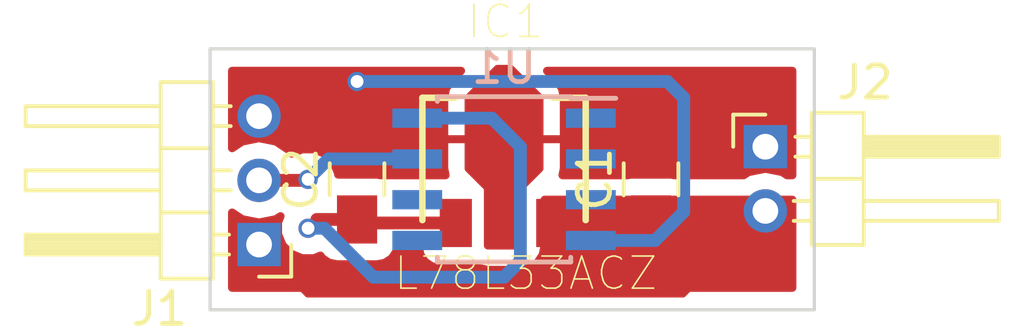
<source format=kicad_pcb>
(kicad_pcb (version 4) (host pcbnew 4.0.6)

  (general
    (links 11)
    (no_connects 0)
    (area 137.104667 105.871357 169.219334 116.917)
    (thickness 1.6)
    (drawings 4)
    (tracks 40)
    (zones 0)
    (modules 6)
    (nets 10)
  )

  (page A4)
  (layers
    (0 F.Cu signal)
    (31 B.Cu signal)
    (32 B.Adhes user)
    (33 F.Adhes user)
    (34 B.Paste user)
    (35 F.Paste user)
    (36 B.SilkS user)
    (37 F.SilkS user)
    (38 B.Mask user)
    (39 F.Mask user)
    (40 Dwgs.User user)
    (41 Cmts.User user)
    (42 Eco1.User user)
    (43 Eco2.User user)
    (44 Edge.Cuts user)
    (45 Margin user)
    (46 B.CrtYd user)
    (47 F.CrtYd user)
    (48 B.Fab user)
    (49 F.Fab user)
  )

  (setup
    (last_trace_width 0.4)
    (trace_clearance 0.25)
    (zone_clearance 0.508)
    (zone_45_only no)
    (trace_min 0.2)
    (segment_width 0.2)
    (edge_width 0.1)
    (via_size 0.6)
    (via_drill 0.4)
    (via_min_size 0.4)
    (via_min_drill 0.3)
    (uvia_size 0.3)
    (uvia_drill 0.1)
    (uvias_allowed no)
    (uvia_min_size 0.2)
    (uvia_min_drill 0.1)
    (pcb_text_width 0.3)
    (pcb_text_size 1.5 1.5)
    (mod_edge_width 0.15)
    (mod_text_size 1 1)
    (mod_text_width 0.15)
    (pad_size 1.5 1.5)
    (pad_drill 0.6)
    (pad_to_mask_clearance 0)
    (aux_axis_origin 0 0)
    (visible_elements FFFFFF7F)
    (pcbplotparams
      (layerselection 0x01000_80000001)
      (usegerberextensions false)
      (excludeedgelayer true)
      (linewidth 0.100000)
      (plotframeref false)
      (viasonmask false)
      (mode 1)
      (useauxorigin false)
      (hpglpennumber 1)
      (hpglpenspeed 20)
      (hpglpendiameter 15)
      (hpglpenoverlay 2)
      (psnegative false)
      (psa4output false)
      (plotreference true)
      (plotvalue true)
      (plotinvisibletext false)
      (padsonsilk false)
      (subtractmaskfromsilk false)
      (outputformat 1)
      (mirror false)
      (drillshape 0)
      (scaleselection 1)
      (outputdirectory ./))
  )

  (net 0 "")
  (net 1 VCC)
  (net 2 GND)
  (net 3 +3V3)
  (net 4 "Net-(J1-Pad2)")
  (net 5 "Net-(U1-Pad1)")
  (net 6 "Net-(U1-Pad2)")
  (net 7 "Net-(U1-Pad3)")
  (net 8 "Net-(U1-Pad5)")
  (net 9 "Net-(U1-Pad6)")

  (net_class Default "This is the default net class."
    (clearance 0.25)
    (trace_width 0.4)
    (via_dia 0.6)
    (via_drill 0.4)
    (uvia_dia 0.3)
    (uvia_drill 0.1)
    (add_net +3V3)
    (add_net GND)
    (add_net "Net-(J1-Pad2)")
    (add_net "Net-(U1-Pad1)")
    (add_net "Net-(U1-Pad2)")
    (add_net "Net-(U1-Pad3)")
    (add_net "Net-(U1-Pad5)")
    (add_net "Net-(U1-Pad6)")
    (add_net VCC)
  )

  (module Capacitors_SMD:C_0805_HandSoldering (layer F.Cu) (tedit 58AA84A8) (tstamp 59B9324C)
    (at 157.48 111.76 90)
    (descr "Capacitor SMD 0805, hand soldering")
    (tags "capacitor 0805")
    (path /59B71A1B)
    (attr smd)
    (fp_text reference C1 (at 0 -1.75 90) (layer F.SilkS)
      (effects (font (size 1 1) (thickness 0.15)))
    )
    (fp_text value 330n (at 0 1.75 90) (layer F.Fab)
      (effects (font (size 1 1) (thickness 0.15)))
    )
    (fp_text user %R (at 0 -1.75 90) (layer F.Fab)
      (effects (font (size 1 1) (thickness 0.15)))
    )
    (fp_line (start -1 0.62) (end -1 -0.62) (layer F.Fab) (width 0.1))
    (fp_line (start 1 0.62) (end -1 0.62) (layer F.Fab) (width 0.1))
    (fp_line (start 1 -0.62) (end 1 0.62) (layer F.Fab) (width 0.1))
    (fp_line (start -1 -0.62) (end 1 -0.62) (layer F.Fab) (width 0.1))
    (fp_line (start 0.5 -0.85) (end -0.5 -0.85) (layer F.SilkS) (width 0.12))
    (fp_line (start -0.5 0.85) (end 0.5 0.85) (layer F.SilkS) (width 0.12))
    (fp_line (start -2.25 -0.88) (end 2.25 -0.88) (layer F.CrtYd) (width 0.05))
    (fp_line (start -2.25 -0.88) (end -2.25 0.87) (layer F.CrtYd) (width 0.05))
    (fp_line (start 2.25 0.87) (end 2.25 -0.88) (layer F.CrtYd) (width 0.05))
    (fp_line (start 2.25 0.87) (end -2.25 0.87) (layer F.CrtYd) (width 0.05))
    (pad 1 smd rect (at -1.25 0 90) (size 1.5 1.25) (layers F.Cu F.Paste F.Mask)
      (net 1 VCC))
    (pad 2 smd rect (at 1.25 0 90) (size 1.5 1.25) (layers F.Cu F.Paste F.Mask)
      (net 2 GND))
    (model Capacitors_SMD.3dshapes/C_0805.wrl
      (at (xyz 0 0 0))
      (scale (xyz 1 1 1))
      (rotate (xyz 0 0 0))
    )
  )

  (module Capacitors_SMD:C_0805_HandSoldering (layer F.Cu) (tedit 58AA84A8) (tstamp 59B93252)
    (at 148.336 111.76 90)
    (descr "Capacitor SMD 0805, hand soldering")
    (tags "capacitor 0805")
    (path /59B71AC6)
    (attr smd)
    (fp_text reference C2 (at 0 -1.75 90) (layer F.SilkS)
      (effects (font (size 1 1) (thickness 0.15)))
    )
    (fp_text value 100n (at 0 1.75 90) (layer F.Fab)
      (effects (font (size 1 1) (thickness 0.15)))
    )
    (fp_text user %R (at 0 -1.75 90) (layer F.Fab)
      (effects (font (size 1 1) (thickness 0.15)))
    )
    (fp_line (start -1 0.62) (end -1 -0.62) (layer F.Fab) (width 0.1))
    (fp_line (start 1 0.62) (end -1 0.62) (layer F.Fab) (width 0.1))
    (fp_line (start 1 -0.62) (end 1 0.62) (layer F.Fab) (width 0.1))
    (fp_line (start -1 -0.62) (end 1 -0.62) (layer F.Fab) (width 0.1))
    (fp_line (start 0.5 -0.85) (end -0.5 -0.85) (layer F.SilkS) (width 0.12))
    (fp_line (start -0.5 0.85) (end 0.5 0.85) (layer F.SilkS) (width 0.12))
    (fp_line (start -2.25 -0.88) (end 2.25 -0.88) (layer F.CrtYd) (width 0.05))
    (fp_line (start -2.25 -0.88) (end -2.25 0.87) (layer F.CrtYd) (width 0.05))
    (fp_line (start 2.25 0.87) (end 2.25 -0.88) (layer F.CrtYd) (width 0.05))
    (fp_line (start 2.25 0.87) (end -2.25 0.87) (layer F.CrtYd) (width 0.05))
    (pad 1 smd rect (at -1.25 0 90) (size 1.5 1.25) (layers F.Cu F.Paste F.Mask)
      (net 3 +3V3))
    (pad 2 smd rect (at 1.25 0 90) (size 1.5 1.25) (layers F.Cu F.Paste F.Mask)
      (net 2 GND))
    (model Capacitors_SMD.3dshapes/C_0805.wrl
      (at (xyz 0 0 0))
      (scale (xyz 1 1 1))
      (rotate (xyz 0 0 0))
    )
  )

  (module Pin_Headers:Pin_Header_Angled_1x03_Pitch2.00mm (layer F.Cu) (tedit 59650533) (tstamp 59B93260)
    (at 145.288 113.792 180)
    (descr "Through hole angled pin header, 1x03, 2.00mm pitch, 4.2mm pin length, single row")
    (tags "Through hole angled pin header THT 1x03 2.00mm single row")
    (path /59B71D1A)
    (fp_text reference J1 (at 3.1 -2 180) (layer F.SilkS)
      (effects (font (size 1 1) (thickness 0.15)))
    )
    (fp_text value CONN_01X03 (at 3.1 6 180) (layer F.Fab)
      (effects (font (size 1 1) (thickness 0.15)))
    )
    (fp_line (start 1.875 -1) (end 3 -1) (layer F.Fab) (width 0.1))
    (fp_line (start 3 -1) (end 3 5) (layer F.Fab) (width 0.1))
    (fp_line (start 3 5) (end 1.5 5) (layer F.Fab) (width 0.1))
    (fp_line (start 1.5 5) (end 1.5 -0.625) (layer F.Fab) (width 0.1))
    (fp_line (start 1.5 -0.625) (end 1.875 -1) (layer F.Fab) (width 0.1))
    (fp_line (start -0.25 -0.25) (end 1.5 -0.25) (layer F.Fab) (width 0.1))
    (fp_line (start -0.25 -0.25) (end -0.25 0.25) (layer F.Fab) (width 0.1))
    (fp_line (start -0.25 0.25) (end 1.5 0.25) (layer F.Fab) (width 0.1))
    (fp_line (start 3 -0.25) (end 7.2 -0.25) (layer F.Fab) (width 0.1))
    (fp_line (start 7.2 -0.25) (end 7.2 0.25) (layer F.Fab) (width 0.1))
    (fp_line (start 3 0.25) (end 7.2 0.25) (layer F.Fab) (width 0.1))
    (fp_line (start -0.25 1.75) (end 1.5 1.75) (layer F.Fab) (width 0.1))
    (fp_line (start -0.25 1.75) (end -0.25 2.25) (layer F.Fab) (width 0.1))
    (fp_line (start -0.25 2.25) (end 1.5 2.25) (layer F.Fab) (width 0.1))
    (fp_line (start 3 1.75) (end 7.2 1.75) (layer F.Fab) (width 0.1))
    (fp_line (start 7.2 1.75) (end 7.2 2.25) (layer F.Fab) (width 0.1))
    (fp_line (start 3 2.25) (end 7.2 2.25) (layer F.Fab) (width 0.1))
    (fp_line (start -0.25 3.75) (end 1.5 3.75) (layer F.Fab) (width 0.1))
    (fp_line (start -0.25 3.75) (end -0.25 4.25) (layer F.Fab) (width 0.1))
    (fp_line (start -0.25 4.25) (end 1.5 4.25) (layer F.Fab) (width 0.1))
    (fp_line (start 3 3.75) (end 7.2 3.75) (layer F.Fab) (width 0.1))
    (fp_line (start 7.2 3.75) (end 7.2 4.25) (layer F.Fab) (width 0.1))
    (fp_line (start 3 4.25) (end 7.2 4.25) (layer F.Fab) (width 0.1))
    (fp_line (start 1.44 -1.06) (end 1.44 5.06) (layer F.SilkS) (width 0.12))
    (fp_line (start 1.44 5.06) (end 3.06 5.06) (layer F.SilkS) (width 0.12))
    (fp_line (start 3.06 5.06) (end 3.06 -1.06) (layer F.SilkS) (width 0.12))
    (fp_line (start 3.06 -1.06) (end 1.44 -1.06) (layer F.SilkS) (width 0.12))
    (fp_line (start 3.06 -0.31) (end 7.26 -0.31) (layer F.SilkS) (width 0.12))
    (fp_line (start 7.26 -0.31) (end 7.26 0.31) (layer F.SilkS) (width 0.12))
    (fp_line (start 7.26 0.31) (end 3.06 0.31) (layer F.SilkS) (width 0.12))
    (fp_line (start 3.06 -0.25) (end 7.26 -0.25) (layer F.SilkS) (width 0.12))
    (fp_line (start 3.06 -0.13) (end 7.26 -0.13) (layer F.SilkS) (width 0.12))
    (fp_line (start 3.06 -0.01) (end 7.26 -0.01) (layer F.SilkS) (width 0.12))
    (fp_line (start 3.06 0.11) (end 7.26 0.11) (layer F.SilkS) (width 0.12))
    (fp_line (start 3.06 0.23) (end 7.26 0.23) (layer F.SilkS) (width 0.12))
    (fp_line (start 0.935 -0.31) (end 1.44 -0.31) (layer F.SilkS) (width 0.12))
    (fp_line (start 0.935 0.31) (end 1.44 0.31) (layer F.SilkS) (width 0.12))
    (fp_line (start 1.44 1) (end 3.06 1) (layer F.SilkS) (width 0.12))
    (fp_line (start 3.06 1.69) (end 7.26 1.69) (layer F.SilkS) (width 0.12))
    (fp_line (start 7.26 1.69) (end 7.26 2.31) (layer F.SilkS) (width 0.12))
    (fp_line (start 7.26 2.31) (end 3.06 2.31) (layer F.SilkS) (width 0.12))
    (fp_line (start 0.882114 1.69) (end 1.44 1.69) (layer F.SilkS) (width 0.12))
    (fp_line (start 0.882114 2.31) (end 1.44 2.31) (layer F.SilkS) (width 0.12))
    (fp_line (start 1.44 3) (end 3.06 3) (layer F.SilkS) (width 0.12))
    (fp_line (start 3.06 3.69) (end 7.26 3.69) (layer F.SilkS) (width 0.12))
    (fp_line (start 7.26 3.69) (end 7.26 4.31) (layer F.SilkS) (width 0.12))
    (fp_line (start 7.26 4.31) (end 3.06 4.31) (layer F.SilkS) (width 0.12))
    (fp_line (start 0.882114 3.69) (end 1.44 3.69) (layer F.SilkS) (width 0.12))
    (fp_line (start 0.882114 4.31) (end 1.44 4.31) (layer F.SilkS) (width 0.12))
    (fp_line (start -1 0) (end -1 -1) (layer F.SilkS) (width 0.12))
    (fp_line (start -1 -1) (end 0 -1) (layer F.SilkS) (width 0.12))
    (fp_line (start -1.5 -1.5) (end -1.5 5.5) (layer F.CrtYd) (width 0.05))
    (fp_line (start -1.5 5.5) (end 7.7 5.5) (layer F.CrtYd) (width 0.05))
    (fp_line (start 7.7 5.5) (end 7.7 -1.5) (layer F.CrtYd) (width 0.05))
    (fp_line (start 7.7 -1.5) (end -1.5 -1.5) (layer F.CrtYd) (width 0.05))
    (fp_text user %R (at 2.25 2 270) (layer F.Fab)
      (effects (font (size 0.9 0.9) (thickness 0.135)))
    )
    (pad 1 thru_hole rect (at 0 0 180) (size 1.35 1.35) (drill 0.8) (layers *.Cu *.Mask)
      (net 1 VCC))
    (pad 2 thru_hole oval (at 0 2 180) (size 1.35 1.35) (drill 0.8) (layers *.Cu *.Mask)
      (net 4 "Net-(J1-Pad2)"))
    (pad 3 thru_hole oval (at 0 4 180) (size 1.35 1.35) (drill 0.8) (layers *.Cu *.Mask)
      (net 2 GND))
    (model ${KISYS3DMOD}/Pin_Headers.3dshapes/Pin_Header_Angled_1x03_Pitch2.00mm.wrl
      (at (xyz 0 0 0))
      (scale (xyz 1 1 1))
      (rotate (xyz 0 0 0))
    )
  )

  (module Pin_Headers:Pin_Header_Angled_1x02_Pitch2.00mm (layer F.Cu) (tedit 59650533) (tstamp 59B93266)
    (at 161.036 110.744)
    (descr "Through hole angled pin header, 1x02, 2.00mm pitch, 4.2mm pin length, single row")
    (tags "Through hole angled pin header THT 1x02 2.00mm single row")
    (path /59B7202C)
    (fp_text reference J2 (at 3.1 -2) (layer F.SilkS)
      (effects (font (size 1 1) (thickness 0.15)))
    )
    (fp_text value CONN_01X02 (at 3.1 4) (layer F.Fab)
      (effects (font (size 1 1) (thickness 0.15)))
    )
    (fp_line (start 1.875 -1) (end 3 -1) (layer F.Fab) (width 0.1))
    (fp_line (start 3 -1) (end 3 3) (layer F.Fab) (width 0.1))
    (fp_line (start 3 3) (end 1.5 3) (layer F.Fab) (width 0.1))
    (fp_line (start 1.5 3) (end 1.5 -0.625) (layer F.Fab) (width 0.1))
    (fp_line (start 1.5 -0.625) (end 1.875 -1) (layer F.Fab) (width 0.1))
    (fp_line (start -0.25 -0.25) (end 1.5 -0.25) (layer F.Fab) (width 0.1))
    (fp_line (start -0.25 -0.25) (end -0.25 0.25) (layer F.Fab) (width 0.1))
    (fp_line (start -0.25 0.25) (end 1.5 0.25) (layer F.Fab) (width 0.1))
    (fp_line (start 3 -0.25) (end 7.2 -0.25) (layer F.Fab) (width 0.1))
    (fp_line (start 7.2 -0.25) (end 7.2 0.25) (layer F.Fab) (width 0.1))
    (fp_line (start 3 0.25) (end 7.2 0.25) (layer F.Fab) (width 0.1))
    (fp_line (start -0.25 1.75) (end 1.5 1.75) (layer F.Fab) (width 0.1))
    (fp_line (start -0.25 1.75) (end -0.25 2.25) (layer F.Fab) (width 0.1))
    (fp_line (start -0.25 2.25) (end 1.5 2.25) (layer F.Fab) (width 0.1))
    (fp_line (start 3 1.75) (end 7.2 1.75) (layer F.Fab) (width 0.1))
    (fp_line (start 7.2 1.75) (end 7.2 2.25) (layer F.Fab) (width 0.1))
    (fp_line (start 3 2.25) (end 7.2 2.25) (layer F.Fab) (width 0.1))
    (fp_line (start 1.44 -1.06) (end 1.44 3.06) (layer F.SilkS) (width 0.12))
    (fp_line (start 1.44 3.06) (end 3.06 3.06) (layer F.SilkS) (width 0.12))
    (fp_line (start 3.06 3.06) (end 3.06 -1.06) (layer F.SilkS) (width 0.12))
    (fp_line (start 3.06 -1.06) (end 1.44 -1.06) (layer F.SilkS) (width 0.12))
    (fp_line (start 3.06 -0.31) (end 7.26 -0.31) (layer F.SilkS) (width 0.12))
    (fp_line (start 7.26 -0.31) (end 7.26 0.31) (layer F.SilkS) (width 0.12))
    (fp_line (start 7.26 0.31) (end 3.06 0.31) (layer F.SilkS) (width 0.12))
    (fp_line (start 3.06 -0.25) (end 7.26 -0.25) (layer F.SilkS) (width 0.12))
    (fp_line (start 3.06 -0.13) (end 7.26 -0.13) (layer F.SilkS) (width 0.12))
    (fp_line (start 3.06 -0.01) (end 7.26 -0.01) (layer F.SilkS) (width 0.12))
    (fp_line (start 3.06 0.11) (end 7.26 0.11) (layer F.SilkS) (width 0.12))
    (fp_line (start 3.06 0.23) (end 7.26 0.23) (layer F.SilkS) (width 0.12))
    (fp_line (start 0.935 -0.31) (end 1.44 -0.31) (layer F.SilkS) (width 0.12))
    (fp_line (start 0.935 0.31) (end 1.44 0.31) (layer F.SilkS) (width 0.12))
    (fp_line (start 1.44 1) (end 3.06 1) (layer F.SilkS) (width 0.12))
    (fp_line (start 3.06 1.69) (end 7.26 1.69) (layer F.SilkS) (width 0.12))
    (fp_line (start 7.26 1.69) (end 7.26 2.31) (layer F.SilkS) (width 0.12))
    (fp_line (start 7.26 2.31) (end 3.06 2.31) (layer F.SilkS) (width 0.12))
    (fp_line (start 0.882114 1.69) (end 1.44 1.69) (layer F.SilkS) (width 0.12))
    (fp_line (start 0.882114 2.31) (end 1.44 2.31) (layer F.SilkS) (width 0.12))
    (fp_line (start -1 0) (end -1 -1) (layer F.SilkS) (width 0.12))
    (fp_line (start -1 -1) (end 0 -1) (layer F.SilkS) (width 0.12))
    (fp_line (start -1.5 -1.5) (end -1.5 3.5) (layer F.CrtYd) (width 0.05))
    (fp_line (start -1.5 3.5) (end 7.7 3.5) (layer F.CrtYd) (width 0.05))
    (fp_line (start 7.7 3.5) (end 7.7 -1.5) (layer F.CrtYd) (width 0.05))
    (fp_line (start 7.7 -1.5) (end -1.5 -1.5) (layer F.CrtYd) (width 0.05))
    (fp_text user %R (at 2.25 1 90) (layer F.Fab)
      (effects (font (size 0.9 0.9) (thickness 0.135)))
    )
    (pad 1 thru_hole rect (at 0 0) (size 1.35 1.35) (drill 0.8) (layers *.Cu *.Mask)
      (net 2 GND))
    (pad 2 thru_hole oval (at 0 2) (size 1.35 1.35) (drill 0.8) (layers *.Cu *.Mask)
      (net 1 VCC))
    (model ${KISYS3DMOD}/Pin_Headers.3dshapes/Pin_Header_Angled_1x02_Pitch2.00mm.wrl
      (at (xyz 0 0 0))
      (scale (xyz 1 1 1))
      (rotate (xyz 0 0 0))
    )
  )

  (module Housings_SOIC:SOIC-8_3.9x4.9mm_Pitch1.27mm (layer B.Cu) (tedit 58CD0CDA) (tstamp 59B93272)
    (at 152.908 111.76 180)
    (descr "8-Lead Plastic Small Outline (SN) - Narrow, 3.90 mm Body [SOIC] (see Microchip Packaging Specification 00000049BS.pdf)")
    (tags "SOIC 1.27")
    (path /59B718C6)
    (attr smd)
    (fp_text reference U1 (at 0 3.5 180) (layer B.SilkS)
      (effects (font (size 1 1) (thickness 0.15)) (justify mirror))
    )
    (fp_text value ATTINY85-20SU (at 0 -3.5 180) (layer B.Fab)
      (effects (font (size 1 1) (thickness 0.15)) (justify mirror))
    )
    (fp_text user %R (at 0 0 180) (layer B.Fab)
      (effects (font (size 1 1) (thickness 0.15)) (justify mirror))
    )
    (fp_line (start -0.95 2.45) (end 1.95 2.45) (layer B.Fab) (width 0.1))
    (fp_line (start 1.95 2.45) (end 1.95 -2.45) (layer B.Fab) (width 0.1))
    (fp_line (start 1.95 -2.45) (end -1.95 -2.45) (layer B.Fab) (width 0.1))
    (fp_line (start -1.95 -2.45) (end -1.95 1.45) (layer B.Fab) (width 0.1))
    (fp_line (start -1.95 1.45) (end -0.95 2.45) (layer B.Fab) (width 0.1))
    (fp_line (start -3.73 2.7) (end -3.73 -2.7) (layer B.CrtYd) (width 0.05))
    (fp_line (start 3.73 2.7) (end 3.73 -2.7) (layer B.CrtYd) (width 0.05))
    (fp_line (start -3.73 2.7) (end 3.73 2.7) (layer B.CrtYd) (width 0.05))
    (fp_line (start -3.73 -2.7) (end 3.73 -2.7) (layer B.CrtYd) (width 0.05))
    (fp_line (start -2.075 2.575) (end -2.075 2.525) (layer B.SilkS) (width 0.15))
    (fp_line (start 2.075 2.575) (end 2.075 2.43) (layer B.SilkS) (width 0.15))
    (fp_line (start 2.075 -2.575) (end 2.075 -2.43) (layer B.SilkS) (width 0.15))
    (fp_line (start -2.075 -2.575) (end -2.075 -2.43) (layer B.SilkS) (width 0.15))
    (fp_line (start -2.075 2.575) (end 2.075 2.575) (layer B.SilkS) (width 0.15))
    (fp_line (start -2.075 -2.575) (end 2.075 -2.575) (layer B.SilkS) (width 0.15))
    (fp_line (start -2.075 2.525) (end -3.475 2.525) (layer B.SilkS) (width 0.15))
    (pad 1 smd rect (at -2.7 1.905 180) (size 1.55 0.6) (layers B.Cu B.Paste B.Mask)
      (net 5 "Net-(U1-Pad1)"))
    (pad 2 smd rect (at -2.7 0.635 180) (size 1.55 0.6) (layers B.Cu B.Paste B.Mask)
      (net 6 "Net-(U1-Pad2)"))
    (pad 3 smd rect (at -2.7 -0.635 180) (size 1.55 0.6) (layers B.Cu B.Paste B.Mask)
      (net 7 "Net-(U1-Pad3)"))
    (pad 4 smd rect (at -2.7 -1.905 180) (size 1.55 0.6) (layers B.Cu B.Paste B.Mask)
      (net 2 GND))
    (pad 5 smd rect (at 2.7 -1.905 180) (size 1.55 0.6) (layers B.Cu B.Paste B.Mask)
      (net 8 "Net-(U1-Pad5)"))
    (pad 6 smd rect (at 2.7 -0.635 180) (size 1.55 0.6) (layers B.Cu B.Paste B.Mask)
      (net 9 "Net-(U1-Pad6)"))
    (pad 7 smd rect (at 2.7 0.635 180) (size 1.55 0.6) (layers B.Cu B.Paste B.Mask)
      (net 4 "Net-(J1-Pad2)"))
    (pad 8 smd rect (at 2.7 1.905 180) (size 1.55 0.6) (layers B.Cu B.Paste B.Mask)
      (net 3 +3V3))
    (model ${KISYS3DMOD}/Housings_SOIC.3dshapes/SOIC-8_3.9x4.9mm_Pitch1.27mm.wrl
      (at (xyz 0 0 0))
      (scale (xyz 1 1 1))
      (rotate (xyz 0 0 0))
    )
  )

  (module SOT-89-3:SOT-89-3 (layer F.Cu) (tedit 0) (tstamp 59B93574)
    (at 152.908 109.22)
    (path /59B930AA)
    (attr smd)
    (fp_text reference IC1 (at 0.040048 -2.37281) (layer F.SilkS)
      (effects (font (size 1.00119 1.00119) (thickness 0.05)))
    )
    (fp_text value L78L33ACZ (at 0.675534 5.46932) (layer F.SilkS)
      (effects (font (size 1.00079 1.00079) (thickness 0.05)))
    )
    (fp_poly (pts (xy -0.2 -0.9) (xy 0.2 -0.9) (xy 1.1 0) (xy 1.1 2.2)
      (xy 0.5 2.8) (xy 0.5 4.6) (xy -0.5 4.6) (xy -0.5 2.8)
      (xy -1.1 2.2) (xy -1.1 0)) (layer F.Cu) (width 0.254))
    (fp_line (start -2.5 3.9) (end -2.5 0) (layer Dwgs.User) (width 0.127))
    (fp_line (start -2.5 0) (end 2.5 0) (layer Dwgs.User) (width 0.127))
    (fp_line (start 2.5 0) (end 2.5 3.9) (layer Dwgs.User) (width 0.127))
    (fp_line (start 2.5 3.9) (end -2.5 3.9) (layer Dwgs.User) (width 0.127))
    (fp_poly (pts (xy -0.2 -0.9) (xy 0.2 -0.9) (xy 1.1 0) (xy 1.1 2.2)
      (xy 0.5 2.8) (xy 0.5 4.6) (xy -0.5 4.6) (xy -0.5 2.8)
      (xy -1.1 2.2) (xy -1.1 0)) (layer F.Mask) (width 0.254))
    (fp_line (start -1.524 0) (end -2.54 0) (layer F.SilkS) (width 0.2032))
    (fp_line (start -2.54 0) (end -2.54 3.81) (layer F.SilkS) (width 0.2032))
    (fp_line (start 1.524 0) (end 2.54 0) (layer F.SilkS) (width 0.2032))
    (fp_line (start 2.54 0) (end 2.54 3.81) (layer F.SilkS) (width 0.2032))
    (fp_poly (pts (xy -0.3556 2.8194) (xy -1.016 2.159) (xy -1.016 -0.0254) (xy -0.2286 -0.8128)
      (xy 0.2032 -0.8128) (xy 1.016 0) (xy 1.016 2.1336) (xy 0.3302 2.8194)) (layer F.Paste) (width 0.127))
    (pad 3 smd rect (at 1.5 3.9 90) (size 1.5 1) (layers F.Cu F.Paste F.Mask)
      (net 1 VCC))
    (pad 1 smd rect (at -1.5 3.9 90) (size 1.5 1) (layers F.Cu F.Paste F.Mask)
      (net 3 +3V3))
    (pad 2 smd rect (at 0 3.9 90) (size 1.5 1) (layers F.Cu F.Paste F.Mask)
      (net 2 GND))
  )

  (gr_line (start 143.764 115.824) (end 143.764 107.696) (angle 90) (layer Edge.Cuts) (width 0.1))
  (gr_line (start 162.56 115.824) (end 143.764 115.824) (angle 90) (layer Edge.Cuts) (width 0.1))
  (gr_line (start 162.56 107.696) (end 162.56 115.824) (angle 90) (layer Edge.Cuts) (width 0.1))
  (gr_line (start 143.764 107.696) (end 162.56 107.696) (angle 90) (layer Edge.Cuts) (width 0.1))

  (segment (start 145.288 113.792) (end 146.812 115.316) (width 0.25) (layer F.Cu) (net 1) (status 400000))
  (segment (start 158.464 115.316) (end 161.036 112.744) (width 0.25) (layer F.Cu) (net 1) (tstamp 59B9373E) (status 800000))
  (segment (start 146.812 115.316) (end 158.464 115.316) (width 0.25) (layer F.Cu) (net 1) (tstamp 59B9373D))
  (segment (start 157.48 113.01) (end 154.518 113.01) (width 0.25) (layer F.Cu) (net 1))
  (segment (start 154.518 113.01) (end 154.408 113.12) (width 0.25) (layer F.Cu) (net 1) (tstamp 59B93644))
  (segment (start 161.036 112.744) (end 157.746 112.744) (width 0.25) (layer F.Cu) (net 1))
  (segment (start 157.746 112.744) (end 157.48 113.01) (width 0.25) (layer F.Cu) (net 1) (tstamp 59B93641))
  (segment (start 155.608 113.665) (end 157.607 113.665) (width 0.4) (layer B.Cu) (net 2) (status 400000))
  (segment (start 148.336 108.712) (end 148.336 110.51) (width 0.4) (layer F.Cu) (net 2) (tstamp 59B9377B) (status 800000))
  (via (at 148.336 108.712) (size 0.6) (drill 0.4) (layers F.Cu B.Cu) (net 2))
  (segment (start 157.988 108.712) (end 148.336 108.712) (width 0.4) (layer B.Cu) (net 2) (tstamp 59B93775))
  (segment (start 158.496 109.22) (end 157.988 108.712) (width 0.4) (layer B.Cu) (net 2) (tstamp 59B93774))
  (segment (start 158.496 112.776) (end 158.496 109.22) (width 0.4) (layer B.Cu) (net 2) (tstamp 59B93770))
  (segment (start 157.607 113.665) (end 158.496 112.776) (width 0.4) (layer B.Cu) (net 2) (tstamp 59B9376E))
  (segment (start 145.288 109.792) (end 147.618 109.792) (width 0.25) (layer F.Cu) (net 2) (status 400000))
  (segment (start 147.618 109.792) (end 148.336 110.51) (width 0.25) (layer F.Cu) (net 2) (tstamp 59B9373A) (status 800000))
  (segment (start 148.336 110.51) (end 152.166 110.51) (width 0.25) (layer F.Cu) (net 2))
  (segment (start 152.166 110.51) (end 152.908 111.252) (width 0.25) (layer F.Cu) (net 2) (tstamp 59B9365F))
  (segment (start 157.48 110.51) (end 153.65 110.51) (width 0.25) (layer F.Cu) (net 2))
  (segment (start 152.908 111.252) (end 152.908 113.12) (width 0.25) (layer F.Cu) (net 2) (tstamp 59B93648))
  (segment (start 153.65 110.51) (end 152.908 111.252) (width 0.25) (layer F.Cu) (net 2) (tstamp 59B93647))
  (segment (start 161.036 110.744) (end 157.714 110.744) (width 0.25) (layer F.Cu) (net 2))
  (segment (start 157.714 110.744) (end 157.48 110.51) (width 0.25) (layer F.Cu) (net 2) (tstamp 59B9363E))
  (segment (start 150.208 109.855) (end 152.527 109.855) (width 0.4) (layer B.Cu) (net 3) (status 400000))
  (segment (start 147.086 113.01) (end 148.336 113.01) (width 0.4) (layer F.Cu) (net 3) (tstamp 59B93752) (status 800000))
  (segment (start 146.812 113.284) (end 147.086 113.01) (width 0.25) (layer F.Cu) (net 3) (tstamp 59B93751))
  (via (at 146.812 113.284) (size 0.6) (drill 0.4) (layers F.Cu B.Cu) (net 3))
  (segment (start 147.32 113.284) (end 146.812 113.284) (width 0.4) (layer B.Cu) (net 3) (tstamp 59B9374E))
  (segment (start 148.844 114.808) (end 147.32 113.284) (width 0.4) (layer B.Cu) (net 3) (tstamp 59B9374D))
  (segment (start 152.908 114.808) (end 148.844 114.808) (width 0.4) (layer B.Cu) (net 3) (tstamp 59B9374C))
  (segment (start 153.416 114.3) (end 152.908 114.808) (width 0.4) (layer B.Cu) (net 3) (tstamp 59B9374B))
  (segment (start 153.416 110.744) (end 153.416 114.3) (width 0.4) (layer B.Cu) (net 3) (tstamp 59B9374A))
  (segment (start 152.527 109.855) (end 153.416 110.744) (width 0.4) (layer B.Cu) (net 3) (tstamp 59B93749))
  (segment (start 151.408 113.12) (end 148.446 113.12) (width 0.4) (layer F.Cu) (net 3))
  (segment (start 148.446 113.12) (end 148.336 113.01) (width 0.25) (layer F.Cu) (net 3) (tstamp 59B9365C))
  (segment (start 145.288 111.792) (end 146.78 111.792) (width 0.4) (layer F.Cu) (net 4) (status 400000))
  (segment (start 147.447 111.125) (end 150.208 111.125) (width 0.4) (layer B.Cu) (net 4) (tstamp 59B93746) (status 800000))
  (segment (start 146.812 111.76) (end 147.447 111.125) (width 0.4) (layer B.Cu) (net 4) (tstamp 59B93745))
  (via (at 146.812 111.76) (size 0.6) (drill 0.4) (layers F.Cu B.Cu) (net 4))
  (segment (start 146.78 111.792) (end 146.812 111.76) (width 0.25) (layer F.Cu) (net 4) (tstamp 59B93742))

  (zone (net 2) (net_name GND) (layer F.Cu) (tstamp 59B9378A) (hatch edge 0.508)
    (connect_pads yes (clearance 0.508))
    (min_thickness 0.254)
    (fill yes (arc_segments 16) (thermal_gap 0.508) (thermal_bridge_width 0.508))
    (polygon
      (pts
        (xy 143.764 107.696) (xy 162.56 107.696) (xy 162.56 111.76) (xy 143.764 111.76)
      )
    )
    (filled_polygon
      (pts
        (xy 151.269185 108.681185) (xy 151.104004 108.928395) (xy 151.046 109.22) (xy 151.046 111.42) (xy 151.088368 111.633)
        (xy 149.061936 111.633) (xy 148.961 111.61256) (xy 147.747129 111.61256) (xy 147.747162 111.574833) (xy 147.605117 111.231057)
        (xy 147.342327 110.967808) (xy 146.998799 110.825162) (xy 146.626833 110.824838) (xy 146.302281 110.95894) (xy 146.239974 110.86569)
        (xy 145.814979 110.581718) (xy 145.313664 110.482) (xy 145.262336 110.482) (xy 144.761021 110.581718) (xy 144.449 110.790203)
        (xy 144.449 108.381) (xy 151.56937 108.381)
      )
    )
    (filled_polygon
      (pts
        (xy 161.875 111.633) (xy 161.711566 111.633) (xy 161.562979 111.533718) (xy 161.061664 111.434) (xy 161.010336 111.434)
        (xy 160.509021 111.533718) (xy 160.360435 111.633) (xy 158.205936 111.633) (xy 158.105 111.61256) (xy 156.855 111.61256)
        (xy 156.746371 111.633) (xy 154.727631 111.633) (xy 154.731697 111.61256) (xy 154.77 111.42) (xy 154.77 109.22)
        (xy 154.711996 108.928395) (xy 154.665504 108.858815) (xy 154.546815 108.681184) (xy 154.246631 108.381) (xy 161.875 108.381)
      )
    )
  )
  (zone (net 1) (net_name VCC) (layer F.Cu) (tstamp 59B937CC) (hatch edge 0.508)
    (connect_pads yes (clearance 0.508))
    (min_thickness 0.254)
    (fill yes (arc_segments 16) (thermal_gap 0.508) (thermal_bridge_width 0.508))
    (polygon
      (pts
        (xy 162.56 115.824) (xy 143.764 115.824) (xy 143.764 112.268) (xy 162.56 112.268)
      )
    )
    (filled_polygon
      (pts
        (xy 161.875 115.139) (xy 144.449 115.139) (xy 144.449 112.793797) (xy 144.761021 113.002282) (xy 145.262336 113.102)
        (xy 145.313664 113.102) (xy 145.814979 113.002282) (xy 145.955589 112.90833) (xy 145.877162 113.097201) (xy 145.876838 113.469167)
        (xy 146.018883 113.812943) (xy 146.281673 114.076192) (xy 146.625201 114.218838) (xy 146.997167 114.219162) (xy 147.19838 114.136023)
        (xy 147.24691 114.211441) (xy 147.45911 114.356431) (xy 147.711 114.40744) (xy 148.961 114.40744) (xy 149.196317 114.363162)
        (xy 149.412441 114.22409) (xy 149.557431 114.01189) (xy 149.584139 113.88) (xy 150.262442 113.88) (xy 150.304838 114.105317)
        (xy 150.44391 114.321441) (xy 150.65611 114.466431) (xy 150.908 114.51744) (xy 151.908 114.51744) (xy 152.062949 114.488284)
        (xy 152.116395 114.523996) (xy 152.408 114.582) (xy 153.408 114.582) (xy 153.699605 114.523996) (xy 153.946815 114.358815)
        (xy 154.111996 114.111605) (xy 154.17 113.82) (xy 154.17 112.395) (xy 161.875 112.395)
      )
    )
  )
  (zone (net 2) (net_name GND) (layer B.Cu) (tstamp 59B93853) (hatch edge 0.508)
    (connect_pads yes (clearance 0.508))
    (min_thickness 0.254)
    (fill (arc_segments 16) (thermal_gap 0.508) (thermal_bridge_width 0.508))
    (polygon
      (pts
        (xy 162.56 107.696) (xy 162.56 115.824) (xy 143.764 115.824) (xy 143.764 107.696)
      )
    )
  )
)

</source>
